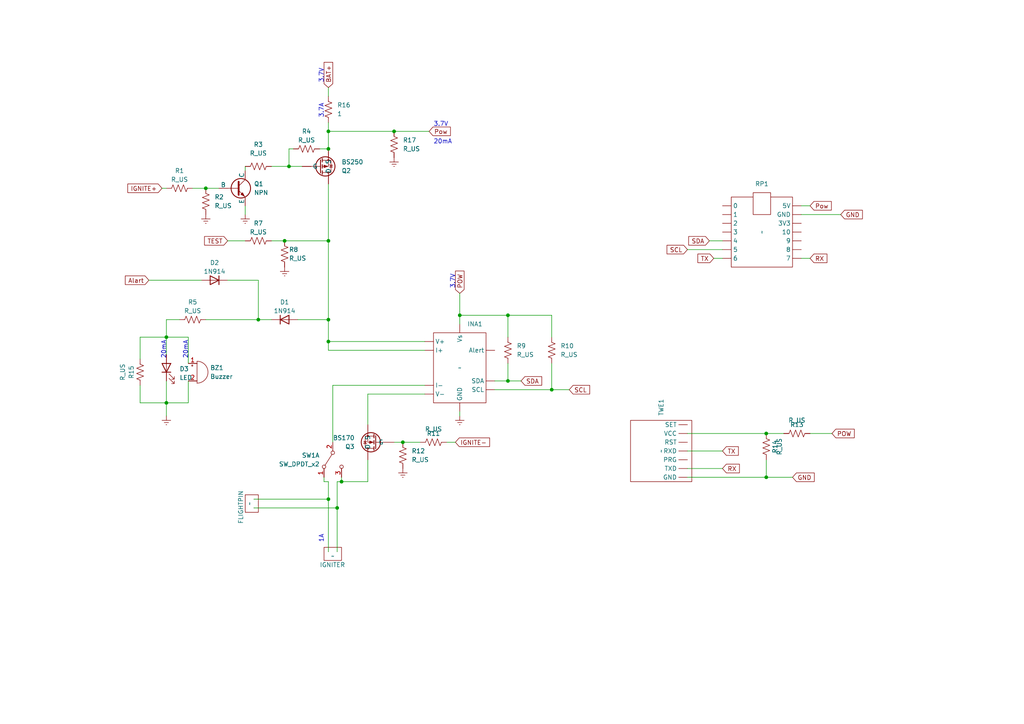
<source format=kicad_sch>
(kicad_sch (version 20230121) (generator eeschema)
  (paper "A4")
  (lib_symbols
    (symbol "Currentmeter-Voltmeter:INA226_module"
      (property "Reference" "INA226" (at 0 0 0))
      (symbol "INA226_module_0_1"
        (rectangle (start -7.62 10.16) (end 7.62 -10.16))
      )
      (symbol "INA226_module_1_1"
        (pin input line (at 10.16 5.08 180) (length 2.54) (name "Alert") (number ""))
        (pin input line (at 0 -12.7 90) (length 2.54) (name "GND") (number ""))
        (pin input line (at -10.16 5.08 0) (length 2.54) (name "I+") (number ""))
        (pin input line (at -10.16 -5.08 0) (length 2.54) (name "I-") (number ""))
        (pin input line (at 10.16 -6.35 180) (length 2.54) (name "SCL") (number ""))
        (pin input line (at 10.16 -3.81 180) (length 2.54) (name "SDA") (number ""))
        (pin input line (at -10.16 7.62 0) (length 2.54) (name "V+") (number ""))
        (pin input line (at -10.16 -7.62 0) (length 2.54) (name "V-") (number ""))
        (pin input line (at 0 12.7 270) (length 2.54) (name "Vs") (number ""))
      )
    )
    (symbol "Device:Buzzer" (pin_names (offset 0.0254) hide)
      (property "Reference" "BZ" (at 3.81 1.27 0))
      (property "Value" "Buzzer" (at 3.81 -1.27 0))
      (symbol "Buzzer_0_1"
        (arc (start 0 -3.175) (mid 3.1612 0) (end 0 3.175))
        (polyline (pts (xy -1.651 1.905) (xy -1.143 1.905)))
        (polyline (pts (xy -1.397 2.159) (xy -1.397 1.651)))
        (polyline (pts (xy 0 3.175) (xy 0 -3.175)))
      )
      (symbol "Buzzer_1_1"
        (pin passive line (at -2.54 2.54 0) (length 2.54) (name "-") (number "1"))
        (pin passive line (at -2.54 -2.54 0) (length 2.54) (name "+") (number "2"))
      )
    )
    (symbol "Device:LED" (pin_numbers hide) (pin_names (offset 1.016) hide)
      (property "Reference" "D" (at 0 2.54 0))
      (property "Value" "LED" (at 0 -2.54 0))
      (symbol "LED_0_1"
        (polyline (pts (xy -1.27 -1.27) (xy -1.27 1.27)) (stroke (width 0.254)))
        (polyline (pts (xy -1.27 0) (xy 1.27 0)))
        (polyline (pts (xy 1.27 -1.27) (xy 1.27 1.27) (xy -1.27 0) (xy 1.27 -1.27)) (stroke (width 0.254)))
        (polyline (pts (xy -3.048 -0.762) (xy -4.572 -2.286) (xy -3.81 -2.286) (xy -4.572 -2.286) (xy -4.572 -1.524)))
        (polyline (pts (xy -1.778 -0.762) (xy -3.302 -2.286) (xy -2.54 -2.286) (xy -3.302 -2.286) (xy -3.302 -1.524)))
      )
      (symbol "LED_1_1"
        (pin passive line (at -3.81 0 0) (length 2.54) (name "K") (number "1"))
        (pin passive line (at 3.81 0 180) (length 2.54) (name "A") (number "2"))
      )
    )
    (symbol "Device:R_US" (pin_numbers hide) (pin_names (offset 0))
      (property "Reference" "R" (at 2.54 0 90))
      (property "Value" "R_US" (at -2.54 0 90))
      (symbol "R_US_0_1"
        (polyline (pts (xy 0 -2.286) (xy 0 -2.54)))
        (polyline (pts (xy 0 2.286) (xy 0 2.54)))
        (polyline (pts (xy 0 -0.762) (xy 1.016 -1.143) (xy 0 -1.524) (xy -1.016 -1.905) (xy 0 -2.286)))
        (polyline (pts (xy 0 0.762) (xy 1.016 0.381) (xy 0 0) (xy -1.016 -0.381) (xy 0 -0.762)))
        (polyline (pts (xy 0 2.286) (xy 1.016 1.905) (xy 0 1.524) (xy -1.016 1.143) (xy 0 0.762)))
      )
      (symbol "R_US_1_1"
        (pin passive line (at 0 3.81 270) (length 1.27) (name "~") (number "1"))
        (pin passive line (at 0 -3.81 90) (length 1.27) (name "~") (number "2"))
      )
    )
    (symbol "Diode:1N914" (pin_numbers hide) (pin_names hide)
      (property "Reference" "D" (at 0 2.54 0))
      (property "Value" "1N914" (at 0 -2.54 0))
      (symbol "1N914_0_1"
        (polyline (pts (xy -1.27 1.27) (xy -1.27 -1.27)) (stroke (width 0.254)))
        (polyline (pts (xy 1.27 0) (xy -1.27 0)))
        (polyline (pts (xy 1.27 1.27) (xy 1.27 -1.27) (xy -1.27 0) (xy 1.27 1.27)) (stroke (width 0.254)))
      )
      (symbol "1N914_1_1"
        (pin passive line (at -3.81 0 0) (length 2.54) (name "K") (number "1"))
        (pin passive line (at 3.81 0 180) (length 2.54) (name "A") (number "2"))
      )
    )
    (symbol "Simulation_SPICE:NPN" (pin_numbers hide) (pin_names (offset 0))
      (property "Reference" "Q" (at -2.54 7.62 0))
      (property "Value" "NPN" (at -2.54 5.08 0))
      (symbol "NPN_0_1"
        (polyline (pts (xy -2.54 0) (xy 0.635 0)) (stroke (width 0.1524)))
        (polyline (pts (xy 0.635 0.635) (xy 2.54 2.54)))
        (polyline (pts (xy 2.794 -1.27) (xy 2.794 -1.27)) (stroke (width 0.1524)))
        (polyline (pts (xy 2.794 -1.27) (xy 2.794 -1.27)) (stroke (width 0.1524)))
        (polyline (pts (xy 0.635 -0.635) (xy 2.54 -2.54) (xy 2.54 -2.54)))
        (polyline (pts (xy 0.635 1.905) (xy 0.635 -1.905) (xy 0.635 -1.905)) (stroke (width 0.508)))
        (polyline (pts (xy 1.27 -1.778) (xy 1.778 -1.27) (xy 2.286 -2.286) (xy 1.27 -1.778) (xy 1.27 -1.778)) (fill (type outline)))
        (circle (center 1.27 0) (radius 2.8194) (stroke (width 0.254)))
      )
      (symbol "NPN_1_1"
        (pin open_collector line (at 2.54 5.08 270) (length 2.54) (name "C") (number "1"))
        (pin input line (at -5.08 0 0) (length 2.54) (name "B") (number "2"))
        (pin open_emitter line (at 2.54 -5.08 90) (length 2.54) (name "E") (number "3"))
      )
    )
    (symbol "SingleIgniter_1"
      (property "Reference" "Ig" (at 0 0 0))
      (symbol "SingleIgniter_1_0_1"
        (rectangle (start -2.54 2.54) (end 2.54 -1.27))
      )
      (symbol "SingleIgniter_1_1_1"
        (pin input line (at -1.27 1.27 90) (length 0) (name "") (number ""))
        (pin input line (at 1.27 1.27 90) (length 0) (name "") (number ""))
      )
    )
    (symbol "Switch:SW_DPDT_x2" (pin_names (offset 0) hide)
      (property "Reference" "SW" (at 0 4.318 0))
      (property "Value" "SW_DPDT_x2" (at 0 -5.08 0))
      (symbol "SW_DPDT_x2_0_0"
        (circle (center -2.032 0) (radius 0.508))
        (circle (center 2.032 -2.54) (radius 0.508))
      )
      (symbol "SW_DPDT_x2_0_1"
        (polyline (pts (xy -1.524 0.254) (xy 1.651 2.286)))
        (circle (center 2.032 2.54) (radius 0.508))
      )
      (symbol "SW_DPDT_x2_1_1"
        (pin passive line (at 5.08 2.54 180) (length 2.54) (name "A") (number "1"))
        (pin passive line (at -5.08 0 0) (length 2.54) (name "B") (number "2"))
        (pin passive line (at 5.08 -2.54 180) (length 2.54) (name "C") (number "3"))
      )
      (symbol "SW_DPDT_x2_2_1"
        (pin passive line (at 5.08 2.54 180) (length 2.54) (name "A") (number "4"))
        (pin passive line (at -5.08 0 0) (length 2.54) (name "B") (number "5"))
        (pin passive line (at 5.08 -2.54 180) (length 2.54) (name "C") (number "6"))
      )
    )
    (symbol "Transistor_FET:BS170" (pin_numbers hide)
      (property "Reference" "Q" (at 5.08 1.905 0))
      (property "Value" "BS170" (at 5.08 0 0))
      (symbol "BS170_0_1"
        (polyline (pts (xy 0.254 0) (xy -2.54 0)))
        (polyline (pts (xy 0.254 1.905) (xy 0.254 -1.905)) (stroke (width 0.254)))
        (polyline (pts (xy 0.762 -1.27) (xy 0.762 -2.286)) (stroke (width 0.254)))
        (polyline (pts (xy 0.762 0.508) (xy 0.762 -0.508)) (stroke (width 0.254)))
        (polyline (pts (xy 0.762 2.286) (xy 0.762 1.27)) (stroke (width 0.254)))
        (polyline (pts (xy 2.54 2.54) (xy 2.54 1.778)))
        (polyline (pts (xy 2.54 -2.54) (xy 2.54 0) (xy 0.762 0)))
        (polyline (pts (xy 0.762 -1.778) (xy 3.302 -1.778) (xy 3.302 1.778) (xy 0.762 1.778)))
        (polyline (pts (xy 1.016 0) (xy 2.032 0.381) (xy 2.032 -0.381) (xy 1.016 0)) (fill (type outline)))
        (polyline (pts (xy 2.794 0.508) (xy 2.921 0.381) (xy 3.683 0.381) (xy 3.81 0.254)))
        (polyline (pts (xy 3.302 0.381) (xy 2.921 -0.254) (xy 3.683 -0.254) (xy 3.302 0.381)))
        (circle (center 1.651 0) (radius 2.794) (stroke (width 0.254)))
        (circle (center 2.54 -1.778) (radius 0.254) (fill (type outline)))
        (circle (center 2.54 1.778) (radius 0.254) (fill (type outline)))
      )
      (symbol "BS170_1_1"
        (pin passive line (at 2.54 5.08 270) (length 2.54) (name "D") (number "1"))
        (pin input line (at -5.08 0 0) (length 2.54) (name "G") (number "2"))
        (pin passive line (at 2.54 -5.08 90) (length 2.54) (name "S") (number "3"))
      )
    )
    (symbol "Transistor_FET:BS250" (pin_numbers hide)
      (property "Reference" "Q" (at 5.08 1.905 0))
      (property "Value" "BS250" (at 5.08 0 0))
      (symbol "BS250_0_1"
        (polyline (pts (xy 0.254 0) (xy -2.54 0)))
        (polyline (pts (xy 0.254 1.905) (xy 0.254 -1.905)) (stroke (width 0.254)))
        (polyline (pts (xy 0.762 -1.27) (xy 0.762 -2.286)) (stroke (width 0.254)))
        (polyline (pts (xy 0.762 0.508) (xy 0.762 -0.508)) (stroke (width 0.254)))
        (polyline (pts (xy 0.762 2.286) (xy 0.762 1.27)) (stroke (width 0.254)))
        (polyline (pts (xy 2.54 2.54) (xy 2.54 1.778)))
        (polyline (pts (xy 2.54 -2.54) (xy 2.54 0) (xy 0.762 0)))
        (polyline (pts (xy 0.762 1.778) (xy 3.302 1.778) (xy 3.302 -1.778) (xy 0.762 -1.778)))
        (polyline (pts (xy 2.286 0) (xy 1.27 0.381) (xy 1.27 -0.381) (xy 2.286 0)) (fill (type outline)))
        (polyline (pts (xy 2.794 -0.508) (xy 2.921 -0.381) (xy 3.683 -0.381) (xy 3.81 -0.254)))
        (polyline (pts (xy 3.302 -0.381) (xy 2.921 0.254) (xy 3.683 0.254) (xy 3.302 -0.381)))
        (circle (center 1.651 0) (radius 2.794) (stroke (width 0.254)))
        (circle (center 2.54 -1.778) (radius 0.254) (fill (type outline)))
        (circle (center 2.54 1.778) (radius 0.254) (fill (type outline)))
      )
      (symbol "BS250_1_1"
        (pin passive line (at 2.54 5.08 270) (length 2.54) (name "D") (number "1"))
        (pin input line (at -5.08 0 0) (length 2.54) (name "G") (number "2"))
        (pin passive line (at 2.54 -5.08 90) (length 2.54) (name "S") (number "3"))
      )
    )
    (symbol "miconboard:Seeed_Xiao_RP2040"
      (property "Reference" "RP2040" (at 0 0 0))
      (symbol "Seeed_Xiao_RP2040_1_1"
        (polyline (pts (xy -10.16 8.89) (xy 10.16 8.89) (xy 10.16 2.54) (xy 11.43 2.54) (xy 5.08 2.54) (xy 5.08 -2.54) (xy 11.43 -2.54) (xy 11.43 2.54) (xy 11.43 -2.54) (xy 10.16 -2.54) (xy 10.16 -8.89) (xy -10.16 -8.89) (xy -10.16 7.62) (xy -10.16 8.89)))
        (pin input line (at 7.62 11.43 270) (length 2.54) (name "0") (number ""))
        (pin input line (at 5.08 11.43 270) (length 2.54) (name "1") (number ""))
        (pin input line (at 0 -11.43 90) (length 2.54) (name "10") (number ""))
        (pin input line (at 2.54 11.43 270) (length 2.54) (name "2") (number ""))
        (pin input line (at 0 11.43 270) (length 2.54) (name "3") (number ""))
        (pin input line (at 2.54 -11.43 90) (length 2.54) (name "3V3") (number ""))
        (pin input line (at -2.54 11.43 270) (length 2.54) (name "4") (number ""))
        (pin input line (at -5.08 11.43 270) (length 2.54) (name "5") (number ""))
        (pin input line (at 7.62 -11.43 90) (length 2.54) (name "5V") (number ""))
        (pin input line (at -7.62 11.43 270) (length 2.54) (name "6") (number ""))
        (pin input line (at -7.62 -11.43 90) (length 2.54) (name "7") (number ""))
        (pin input line (at -5.08 -11.43 90) (length 2.54) (name "8") (number ""))
        (pin input line (at -2.54 -11.43 90) (length 2.54) (name "9") (number ""))
        (pin input line (at 5.08 -11.43 90) (length 2.54) (name "GND") (number ""))
      )
    )
    (symbol "miconboard:TWELITE_UART"
      (property "Reference" "TWE" (at 0 0 0))
      (symbol "TWELITE_UART_0_1"
        (rectangle (start -8.89 8.89) (end 8.89 -8.89))
      )
      (symbol "TWELITE_UART_1_1"
        (pin input line (at -7.62 -7.62 90) (length 2.54) (name "GND") (number ""))
        (pin input line (at -2.54 -7.62 90) (length 2.54) (name "PRG") (number ""))
        (pin input line (at 2.54 -7.62 90) (length 2.54) (name "RST") (number ""))
        (pin input line (at 0 -7.62 90) (length 2.54) (name "RXD") (number ""))
        (pin input line (at 7.62 -7.62 90) (length 2.54) (name "SET") (number ""))
        (pin input line (at -5.08 -7.62 90) (length 2.54) (name "TXD") (number ""))
        (pin input line (at 5.08 -7.62 90) (length 2.54) (name "VCC") (number ""))
      )
    )
    (symbol "power:Earth" (power) (pin_names (offset 0))
      (symbol "Earth_0_1"
        (polyline (pts (xy -0.635 -1.905) (xy 0.635 -1.905)))
        (polyline (pts (xy -0.127 -2.54) (xy 0.127 -2.54)))
        (polyline (pts (xy 0 -1.27) (xy 0 0)))
        (polyline (pts (xy 1.27 -1.27) (xy -1.27 -1.27)))
      )
      (symbol "Earth_1_1"
        (pin power_in line (at 0 0 270) (length 0) hide (name "Earth") (number "1"))
      )
    )
  )
  (junction (at 147.32 91.44))
  (junction (at 99.06 139.7))
  (junction (at 160.02 113.03))
  (junction (at 48.26 116.84))
  (junction (at 95.25 38.1))
  (junction (at 95.25 69.85))
  (junction (at 97.79 147.32))
  (junction (at 114.3 38.1))
  (junction (at 95.25 99.06))
  (junction (at 95.25 144.78))
  (junction (at 82.55 69.85))
  (junction (at 48.26 97.79))
  (junction (at 95.25 92.71))
  (junction (at 74.93 92.71))
  (junction (at 133.35 91.44))
  (junction (at 116.84 128.27))
  (junction (at 59.69 54.61))
  (junction (at 95.25 43.18))
  (junction (at 222.25 138.43))
  (junction (at 83.82 48.26))
  (junction (at 222.25 125.73))
  (junction (at 147.32 110.49))
  (wire (pts (xy 199.39 125.73) (xy 222.25 125.73)))
  (wire (pts (xy 121.92 128.27) (xy 116.84 128.27)))
  (wire (pts (xy 222.25 125.73) (xy 227.33 125.73)))
  (wire (pts (xy 78.74 69.85) (xy 82.55 69.85)))
  (wire (pts (xy 40.64 97.79) (xy 48.26 97.79)))
  (wire (pts (xy 71.12 59.69) (xy 71.12 62.23)))
  (wire (pts (xy 147.32 110.49) (xy 151.13 110.49)))
  (wire (pts (xy 93.98 139.7) (xy 93.98 138.43)))
  (wire (pts (xy 222.25 133.35) (xy 222.25 138.43)))
  (wire (pts (xy 123.19 111.76) (xy 96.52 111.76)))
  (wire (pts (xy 95.25 144.78) (xy 95.25 160.02)))
  (wire (pts (xy 207.01 74.93) (xy 209.55 74.93)))
  (wire (pts (xy 73.66 144.78) (xy 95.25 144.78)))
  (wire (pts (xy 40.64 116.84) (xy 48.26 116.84)))
  (wire (pts (xy 59.69 92.71) (xy 74.93 92.71)))
  (wire (pts (xy 95.25 53.34) (xy 95.25 69.85)))
  (wire (pts (xy 40.64 104.14) (xy 40.64 97.79)))
  (wire (pts (xy 95.25 35.56) (xy 95.25 38.1)))
  (wire (pts (xy 160.02 105.41) (xy 160.02 113.03)))
  (wire (pts (xy 199.39 138.43) (xy 222.25 138.43)))
  (wire (pts (xy 97.79 147.32) (xy 97.79 160.02)))
  (wire (pts (xy 147.32 91.44) (xy 160.02 91.44)))
  (wire (pts (xy 59.69 54.61) (xy 63.5 54.61)))
  (wire (pts (xy 95.25 69.85) (xy 95.25 92.71)))
  (wire (pts (xy 234.95 59.69) (xy 232.41 59.69)))
  (wire (pts (xy 97.79 147.32) (xy 97.79 139.7)))
  (wire (pts (xy 48.26 116.84) (xy 48.26 120.65)))
  (wire (pts (xy 95.25 99.06) (xy 123.19 99.06)))
  (wire (pts (xy 106.68 139.7) (xy 99.06 139.7)))
  (wire (pts (xy 143.51 113.03) (xy 160.02 113.03)))
  (wire (pts (xy 95.25 139.7) (xy 93.98 139.7)))
  (wire (pts (xy 133.35 91.44) (xy 147.32 91.44)))
  (wire (pts (xy 160.02 113.03) (xy 165.1 113.03)))
  (wire (pts (xy 114.3 38.1) (xy 124.46 38.1)))
  (wire (pts (xy 54.61 110.49) (xy 54.61 116.84)))
  (wire (pts (xy 160.02 97.79) (xy 160.02 91.44)))
  (wire (pts (xy 205.74 69.85) (xy 209.55 69.85)))
  (wire (pts (xy 46.99 54.61) (xy 48.26 54.61)))
  (wire (pts (xy 48.26 92.71) (xy 52.07 92.71)))
  (wire (pts (xy 40.64 111.76) (xy 40.64 116.84)))
  (wire (pts (xy 129.54 128.27) (xy 132.08 128.27)))
  (wire (pts (xy 95.25 139.7) (xy 95.25 144.78)))
  (wire (pts (xy 48.26 92.71) (xy 48.26 97.79)))
  (wire (pts (xy 48.26 110.49) (xy 48.26 116.84)))
  (wire (pts (xy 199.39 130.81) (xy 209.55 130.81)))
  (wire (pts (xy 74.93 92.71) (xy 78.74 92.71)))
  (wire (pts (xy 222.25 138.43) (xy 229.87 138.43)))
  (wire (pts (xy 123.19 101.6) (xy 95.25 101.6)))
  (wire (pts (xy 92.71 43.18) (xy 95.25 43.18)))
  (wire (pts (xy 55.88 54.61) (xy 59.69 54.61)))
  (wire (pts (xy 54.61 97.79) (xy 54.61 105.41)))
  (wire (pts (xy 232.41 74.93) (xy 234.95 74.93)))
  (wire (pts (xy 48.26 97.79) (xy 48.26 102.87)))
  (wire (pts (xy 234.95 125.73) (xy 241.3 125.73)))
  (wire (pts (xy 133.35 85.09) (xy 133.35 91.44)))
  (wire (pts (xy 133.35 91.44) (xy 133.35 93.98)))
  (wire (pts (xy 106.68 114.3) (xy 123.19 114.3)))
  (wire (pts (xy 99.06 139.7) (xy 99.06 138.43)))
  (wire (pts (xy 106.68 133.35) (xy 106.68 139.7)))
  (wire (pts (xy 147.32 97.79) (xy 147.32 91.44)))
  (wire (pts (xy 86.36 92.71) (xy 95.25 92.71)))
  (wire (pts (xy 48.26 97.79) (xy 54.61 97.79)))
  (wire (pts (xy 96.52 111.76) (xy 96.52 128.27)))
  (wire (pts (xy 73.66 147.32) (xy 97.79 147.32)))
  (wire (pts (xy 95.25 101.6) (xy 95.25 99.06)))
  (wire (pts (xy 78.74 48.26) (xy 83.82 48.26)))
  (wire (pts (xy 99.06 139.7) (xy 97.79 139.7)))
  (wire (pts (xy 95.25 38.1) (xy 95.25 43.18)))
  (wire (pts (xy 232.41 62.23) (xy 243.84 62.23)))
  (wire (pts (xy 95.25 38.1) (xy 114.3 38.1)))
  (wire (pts (xy 116.84 128.27) (xy 114.3 128.27)))
  (wire (pts (xy 83.82 43.18) (xy 83.82 48.26)))
  (wire (pts (xy 74.93 81.28) (xy 74.93 92.71)))
  (wire (pts (xy 133.35 119.38) (xy 133.35 120.65)))
  (wire (pts (xy 66.04 81.28) (xy 74.93 81.28)))
  (wire (pts (xy 199.39 135.89) (xy 209.55 135.89)))
  (wire (pts (xy 82.55 69.85) (xy 95.25 69.85)))
  (wire (pts (xy 43.18 81.28) (xy 58.42 81.28)))
  (wire (pts (xy 95.25 25.4) (xy 95.25 27.94)))
  (wire (pts (xy 143.51 110.49) (xy 147.32 110.49)))
  (wire (pts (xy 66.04 69.85) (xy 71.12 69.85)))
  (wire (pts (xy 83.82 48.26) (xy 87.63 48.26)))
  (wire (pts (xy 147.32 105.41) (xy 147.32 110.49)))
  (wire (pts (xy 106.68 123.19) (xy 106.68 114.3)))
  (wire (pts (xy 54.61 116.84) (xy 48.26 116.84)))
  (wire (pts (xy 83.82 43.18) (xy 85.09 43.18)))
  (wire (pts (xy 71.12 48.26) (xy 71.12 49.53)))
  (wire (pts (xy 95.25 92.71) (xy 95.25 99.06)))
  (wire (pts (xy 199.39 72.39) (xy 209.55 72.39)))
  (text "3.7A\n" (at 93.98 34.29 90) (effects (font (size 1.27 1.27)) (justify left bottom)))
  (text "1A" (at 93.98 157.48 90) (effects (font (size 1.27 1.27)) (justify left bottom)))
  (text "3.7V" (at 93.98 24.13 90) (effects (font (size 1.27 1.27)) (justify left bottom)))
  (text "3.7V" (at 125.73 36.83 0) (effects (font (size 1.27 1.27)) (justify left bottom)))
  (text "20mA" (at 54.61 104.14 90) (effects (font (size 1.27 1.27)) (justify left bottom)))
  (text "20mA" (at 48.26 104.14 90) (effects (font (size 1.27 1.27)) (justify left bottom)))
  (text "20mA" (at 125.73 41.91 0) (effects (font (size 1.27 1.27)) (justify left bottom)))
  (text "3.7V" (at 132.08 83.82 90) (effects (font (size 1.27 1.27)) (justify left bottom)))
  (global_label "BAT+" (shape input) (at 95.25 25.4 90) (property "Intersheetrefs" "${INTERSHEET_REFS}" (effects hide)))
  (global_label "TX" (shape input) (at 207.01 74.93 180) (property "Intersheetrefs" "${INTERSHEET_REFS}" (effects hide)))
  (global_label "RX" (shape input) (at 234.95 74.93 0) (property "Intersheetrefs" "${INTERSHEET_REFS}" (effects hide)))
  (global_label "POW" (shape input) (at 133.35 85.09 90) (property "Intersheetrefs" "${INTERSHEET_REFS}" (effects hide)))
  (global_label "POW" (shape input) (at 241.3 125.73 0) (property "Intersheetrefs" "${INTERSHEET_REFS}" (effects hide)))
  (global_label "Pow" (shape input) (at 124.46 38.1 0) (property "Intersheetrefs" "${INTERSHEET_REFS}" (effects hide)))
  (global_label "Alart" (shape input) (at 43.18 81.28 180) (property "Intersheetrefs" "${INTERSHEET_REFS}" (effects hide)))
  (global_label "TEST" (shape input) (at 66.04 69.85 180) (property "Intersheetrefs" "${INTERSHEET_REFS}" (effects hide)))
  (global_label "RX" (shape input) (at 209.55 135.89 0) (property "Intersheetrefs" "${INTERSHEET_REFS}" (effects hide)))
  (global_label "SCL" (shape input) (at 199.39 72.39 180) (property "Intersheetrefs" "${INTERSHEET_REFS}" (effects hide)))
  (global_label "GND" (shape input) (at 229.87 138.43 0) (property "Intersheetrefs" "${INTERSHEET_REFS}" (effects hide)))
  (global_label "IGNITE-" (shape input) (at 132.08 128.27 0) (property "Intersheetrefs" "${INTERSHEET_REFS}" (effects hide)))
  (global_label "TX" (shape input) (at 209.55 130.81 0) (property "Intersheetrefs" "${INTERSHEET_REFS}" (effects hide)))
  (global_label "GND" (shape input) (at 243.84 62.23 0) (property "Intersheetrefs" "${INTERSHEET_REFS}" (effects hide)))
  (global_label "Pow" (shape input) (at 234.95 59.69 0) (property "Intersheetrefs" "${INTERSHEET_REFS}" (effects hide)))
  (global_label "IGNITE+" (shape input) (at 46.99 54.61 180) (property "Intersheetrefs" "${INTERSHEET_REFS}" (effects hide)))
  (global_label "SCL" (shape input) (at 165.1 113.03 0) (property "Intersheetrefs" "${INTERSHEET_REFS}" (effects hide)))
  (global_label "SDA" (shape input) (at 151.13 110.49 0) (property "Intersheetrefs" "${INTERSHEET_REFS}" (effects hide)))
  (global_label "SDA" (shape input) (at 205.74 69.85 180) (property "Intersheetrefs" "${INTERSHEET_REFS}" (effects hide)))
  (symbol (lib_id "Device:R_US") (at 40.64 107.95 0) (unit 1)
    (property "Reference" "R15" (at 38.1 107.95 90))
    (property "Value" "R_US" (at 35.56 107.95 90))
  )
  (symbol (lib_id "Device:R_US") (at 74.93 69.85 270) (unit 1)
    (property "Reference" "R7" (at 74.93 64.77 90))
    (property "Value" "R_US" (at 74.93 67.31 90))
  )
  (symbol (lib_id "Switch:SW_DPDT_x2") (at 96.52 133.35 90) (mirror x) (unit 1)
    (property "Reference" "SW1" (at 92.71 132.08 90) (effects (justify left)))
    (property "Value" "SW_DPDT_x2" (at 92.71 134.62 90) (effects (justify left)))
  )
  (symbol (lib_id "Device:R_US") (at 55.88 92.71 90) (unit 1)
    (property "Reference" "R5" (at 55.88 87.63 90))
    (property "Value" "R_US" (at 55.88 90.17 90))
  )
  (symbol (lib_name "SingleIgniter_1") (lib_id "Modelrocket Igniter:SingleIgniter") (at 96.52 161.29 0) (unit 1)
    (property "Reference" "IGNITER" (at 92.71 163.83 0) (effects (justify left)))
    (property "Value" "~" (at 96.52 161.29 0))
  )
  (symbol (lib_id "Device:R_US") (at 222.25 129.54 180) (unit 1)
    (property "Reference" "R14" (at 224.79 129.54 90))
    (property "Value" "R_US" (at 226.06 129.54 90))
  )
  (symbol (lib_id "Device:R_US") (at 114.3 41.91 180) (unit 1)
    (property "Reference" "R17" (at 116.84 40.64 0) (effects (justify right)))
    (property "Value" "R_US" (at 116.84 43.18 0) (effects (justify right)))
  )
  (symbol (lib_id "Device:R_US") (at 125.73 128.27 270) (unit 1)
    (property "Reference" "R11" (at 125.73 125.73 90))
    (property "Value" "R_US" (at 125.73 124.46 90))
  )
  (symbol (lib_id "Device:R_US") (at 82.55 73.66 0) (unit 1)
    (property "Reference" "R8" (at 83.82 72.39 0) (effects (justify left)))
    (property "Value" "R_US" (at 83.82 74.93 0) (effects (justify left)))
  )
  (symbol (lib_id "Transistor_FET:BS250") (at 92.71 48.26 0) (mirror x) (unit 1)
    (property "Reference" "Q2" (at 99.06 49.53 0) (effects (justify left)))
    (property "Value" "BS250" (at 99.06 46.99 0) (effects (justify left)))
    (property "Footprint" "Package_TO_SOT_THT:TO-92_Inline" (effects hide))
    (property "Datasheet" "http://www.vishay.com/docs/70209/70209.pdf" (effects hide))
  )
  (symbol (lib_id "Device:R_US") (at 52.07 54.61 270) (unit 1)
    (property "Reference" "R1" (at 52.07 49.53 90))
    (property "Value" "R_US" (at 52.07 52.07 90))
  )
  (symbol (lib_id "Diode:1N914") (at 82.55 92.71 0) (unit 1)
    (property "Reference" "D1" (at 82.55 87.63 0))
    (property "Value" "1N914" (at 82.55 90.17 0))
    (property "Footprint" "Diode_THT:D_DO-35_SOD27_P7.62mm_Horizontal" (effects hide))
    (property "Datasheet" "http://www.vishay.com/docs/85622/1n914.pdf" (effects hide))
    (property "Sim.Device" "D" (effects hide))
    (property "Sim.Pins" "1=K 2=A" (effects hide))
  )
  (symbol (lib_id "Device:R_US") (at 74.93 48.26 270) (unit 1)
    (property "Reference" "R3" (at 74.93 41.91 90))
    (property "Value" "R_US" (at 74.93 44.45 90))
  )
  (symbol (lib_id "power:Earth") (at 116.84 135.89 0) (unit 1)
    (property "Reference" "#PWR08" (effects hide))
    (property "Value" "Earth" (effects hide))
  )
  (symbol (lib_id "Device:R_US") (at 231.14 125.73 270) (unit 1)
    (property "Reference" "R13" (at 231.14 123.19 90))
    (property "Value" "R_US" (at 231.14 121.92 90))
  )
  (symbol (lib_id "Diode:1N914") (at 62.23 81.28 0) (mirror y) (unit 1)
    (property "Reference" "D2" (at 62.23 76.2 0))
    (property "Value" "1N914" (at 62.23 78.74 0))
    (property "Footprint" "Diode_THT:D_DO-35_SOD27_P7.62mm_Horizontal" (effects hide))
    (property "Datasheet" "http://www.vishay.com/docs/85622/1n914.pdf" (effects hide))
    (property "Sim.Device" "D" (effects hide))
    (property "Sim.Pins" "1=K 2=A" (effects hide))
  )
  (symbol (lib_id "power:Earth") (at 48.26 120.65 0) (unit 1)
    (property "Reference" "#PWR04" (effects hide))
    (property "Value" "Earth" (effects hide))
  )
  (symbol (lib_id "Device:Buzzer") (at 57.15 107.95 0) (unit 1)
    (property "Reference" "BZ1" (at 60.96 106.68 0) (effects (justify left)))
    (property "Value" "Buzzer" (at 60.96 109.22 0) (effects (justify left)))
  )
  (symbol (lib_id "power:Earth") (at 114.3 45.72 0) (unit 1)
    (property "Reference" "#PWR07" (effects hide))
    (property "Value" "Earth" (effects hide))
  )
  (symbol (lib_id "Device:R_US") (at 59.69 58.42 180) (unit 1)
    (property "Reference" "R2" (at 62.23 57.15 0) (effects (justify right)))
    (property "Value" "R_US" (at 62.23 59.69 0) (effects (justify right)))
  )
  (symbol (lib_id "power:Earth") (at 59.69 62.23 0) (unit 1)
    (property "Reference" "#PWR01" (effects hide))
    (property "Value" "Earth" (effects hide))
  )
  (symbol (lib_id "miconboard:TWELITE_UART") (at 191.77 130.81 90) (unit 1)
    (property "Reference" "TWE1" (at 191.77 120.65 0) (effects (justify left)))
    (property "Value" "~" (at 191.77 130.81 0))
  )
  (symbol (lib_id "power:Earth") (at 133.35 120.65 0) (unit 1)
    (property "Reference" "#PWR06" (effects hide))
    (property "Value" "Earth" (effects hide))
  )
  (symbol (lib_id "Transistor_FET:BS170") (at 109.22 128.27 180) (unit 1)
    (property "Reference" "Q3" (at 102.87 129.54 0) (effects (justify left)))
    (property "Value" "BS170" (at 102.87 127 0) (effects (justify left)))
    (property "Footprint" "Package_TO_SOT_THT:TO-92_Inline" (effects hide))
    (property "Datasheet" "https://www.onsemi.com/pub/Collateral/BS170-D.PDF" (effects hide))
  )
  (symbol (lib_id "Device:LED") (at 48.26 106.68 90) (unit 1)
    (property "Reference" "D3" (at 52.07 106.9975 90) (effects (justify right)))
    (property "Value" "LED" (at 52.07 109.5375 90) (effects (justify right)))
  )
  (symbol (lib_id "miconboard:Seeed_Xiao_RP2040") (at 220.98 67.31 90) (unit 1)
    (property "Reference" "RP1" (at 220.98 53.34 90))
    (property "Value" "~" (at 220.98 67.31 0))
  )
  (symbol (lib_id "Device:R_US") (at 147.32 101.6 0) (unit 1)
    (property "Reference" "R9" (at 149.86 100.33 0) (effects (justify left)))
    (property "Value" "R_US" (at 149.86 102.87 0) (effects (justify left)))
  )
  (symbol (lib_id "Currentmeter-Voltmeter:INA226_module") (at 133.35 106.68 0) (unit 1)
    (property "Reference" "INA1" (at 135.5441 93.98 0) (effects (justify left)))
    (property "Value" "~" (at 133.35 106.68 0))
  )
  (symbol (lib_id "Device:R_US") (at 160.02 101.6 0) (unit 1)
    (property "Reference" "R10" (at 162.56 100.33 0) (effects (justify left)))
    (property "Value" "R_US" (at 162.56 102.87 0) (effects (justify left)))
  )
  (symbol (lib_id "Device:R_US") (at 116.84 132.08 180) (unit 1)
    (property "Reference" "R12" (at 119.38 130.81 0) (effects (justify right)))
    (property "Value" "R_US" (at 119.38 133.35 0) (effects (justify right)))
  )
  (symbol (lib_name "SingleIgniter_1") (lib_id "Modelrocket Igniter:SingleIgniter") (at 72.39 146.05 270) (unit 1)
    (property "Reference" "FLIGHTPIN" (at 69.85 142.24 0) (effects (justify left)))
    (property "Value" "~" (at 72.39 146.05 0))
  )
  (symbol (lib_id "power:Earth") (at 71.12 62.23 0) (unit 1)
    (property "Reference" "#PWR02" (effects hide))
    (property "Value" "Earth" (effects hide))
  )
  (symbol (lib_id "power:Earth") (at 82.55 77.47 0) (unit 1)
    (property "Reference" "#PWR05" (effects hide))
    (property "Value" "Earth" (effects hide))
  )
  (symbol (lib_id "Simulation_SPICE:NPN") (at 68.58 54.61 0) (unit 1)
    (property "Reference" "Q1" (at 73.66 53.34 0) (effects (justify left)))
    (property "Value" "NPN" (at 73.66 55.88 0) (effects (justify left)))
    (property "Sim.Device" "NPN" (effects hide))
    (property "Sim.Type" "GUMMELPOON" (effects hide))
    (property "Sim.Pins" "1=C 2=B 3=E" (effects hide))
  )
  (symbol (lib_id "Device:R_US") (at 88.9 43.18 270) (unit 1)
    (property "Reference" "R4" (at 88.9 38.1 90))
    (property "Value" "R_US" (at 88.9 40.64 90))
  )
  (symbol (lib_id "Device:R_US") (at 95.25 31.75 180) (unit 1)
    (property "Reference" "R16" (at 97.79 30.48 0) (effects (justify right)))
    (property "Value" "1" (at 97.79 33.02 0) (effects (justify right)))
  )
)
</source>
